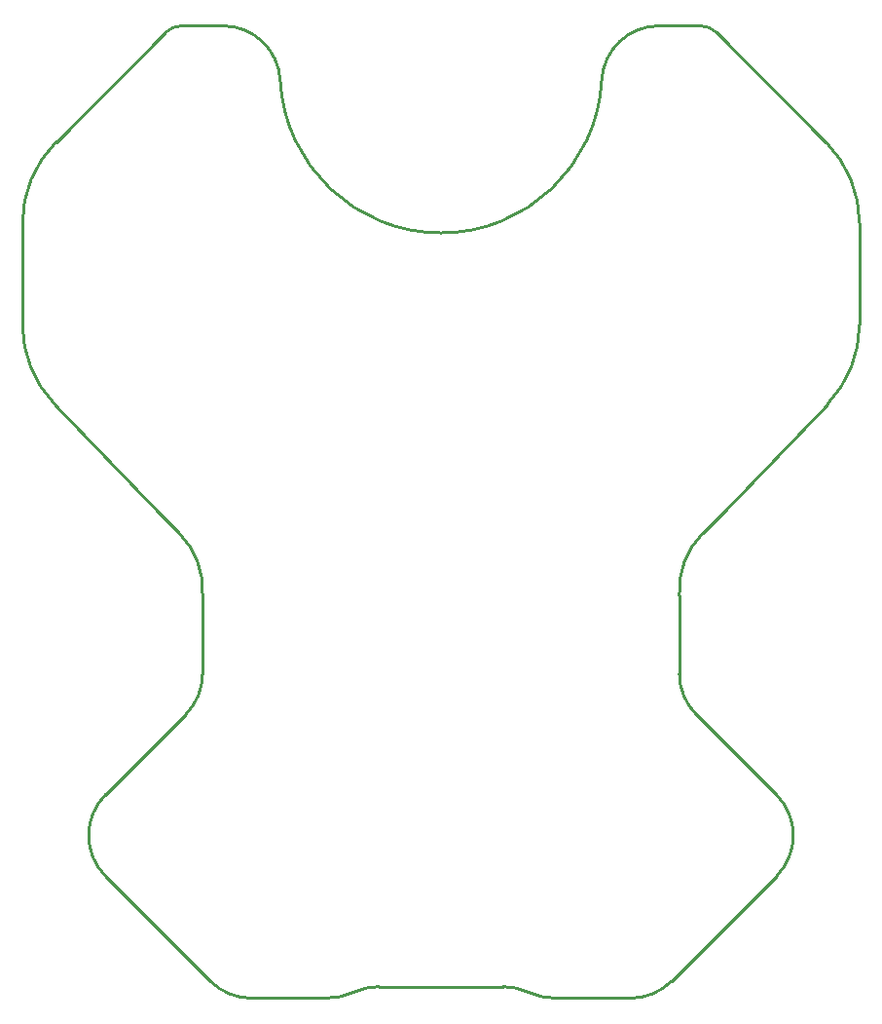
<source format=gbr>
%TF.GenerationSoftware,KiCad,Pcbnew,(6.0.8)*%
%TF.CreationDate,2023-01-17T07:54:29-05:00*%
%TF.ProjectId,K1+K2 Carabiner for Round Heatsinks,4b312b4b-3220-4436-9172-6162696e6572,rev?*%
%TF.SameCoordinates,Original*%
%TF.FileFunction,Profile,NP*%
%FSLAX46Y46*%
G04 Gerber Fmt 4.6, Leading zero omitted, Abs format (unit mm)*
G04 Created by KiCad (PCBNEW (6.0.8)) date 2023-01-17 07:54:29*
%MOMM*%
%LPD*%
G01*
G04 APERTURE LIST*
%TA.AperFunction,Profile*%
%ADD10C,0.250000*%
%TD*%
G04 APERTURE END LIST*
D10*
X25706523Y-57625089D02*
G75*
G03*
X28491708Y-64549428I9999977J-11D01*
G01*
X91284521Y-105573664D02*
G75*
G03*
X91284523Y-98502598I-3535541J3535534D01*
G01*
X42070668Y-114715790D02*
G75*
G03*
X45606190Y-116180268I3535532J3535490D01*
G01*
X86070736Y-32266054D02*
X95577590Y-41772909D01*
X95721339Y-64549430D02*
G75*
G03*
X98506522Y-57625089I-7214929J6924380D01*
G01*
X48125932Y-36417110D02*
G75*
G03*
X43132856Y-31680268I-4993072J-263160D01*
G01*
X37634954Y-74076232D02*
X28491708Y-64549428D01*
X82840501Y-87987508D02*
X82840501Y-81192672D01*
X91284523Y-98502598D02*
X84304967Y-91523042D01*
X98506532Y-48843976D02*
G75*
G03*
X95577590Y-41772909I-10000032J-24D01*
G01*
X84875361Y-75778963D02*
G75*
G03*
X82840501Y-81192672I4949559J-4949677D01*
G01*
X43132856Y-31680268D02*
X39556522Y-31680268D01*
X41372526Y-81192671D02*
G75*
G03*
X39337684Y-75778962I-6984626J463971D01*
G01*
X69606932Y-115634819D02*
G75*
G03*
X72106522Y-116180268I2499568J5454519D01*
G01*
X78606854Y-116180274D02*
G75*
G03*
X82142388Y-114715802I46J4999874D01*
G01*
X39556522Y-31680292D02*
G75*
G03*
X38142308Y-32266054I-22J-2000008D01*
G01*
X81080188Y-31680268D02*
G75*
G03*
X76087118Y-36417110I-8J-4999992D01*
G01*
X42070656Y-114715802D02*
X32928521Y-105573666D01*
X98506522Y-48843976D02*
X98506522Y-57625089D01*
X32928521Y-98502598D02*
X39908077Y-91523042D01*
X69606936Y-115634812D02*
G75*
G03*
X67523946Y-115180268I-2083036J-4545688D01*
G01*
X52106522Y-116180268D02*
X45606190Y-116180268D01*
X86070731Y-32266059D02*
G75*
G03*
X84656522Y-31680268I-1414231J-1414241D01*
G01*
X39908082Y-91523047D02*
G75*
G03*
X41372543Y-87987508I-3535582J3535547D01*
G01*
X84656522Y-31680268D02*
X81080188Y-31680268D01*
X41372543Y-87987508D02*
X41372543Y-81192672D01*
X86656522Y-73994510D02*
X86656522Y-73997800D01*
X48125926Y-36417110D02*
G75*
G03*
X76087118Y-36417110I13980596J736842D01*
G01*
X82840495Y-87987508D02*
G75*
G03*
X84304967Y-91523042I5000005J8D01*
G01*
X86656522Y-73994510D02*
X95721336Y-64549428D01*
X39337684Y-75778962D02*
X37634954Y-74076232D01*
X25706522Y-48843976D02*
X25706522Y-57625089D01*
X38142308Y-32266054D02*
X28635454Y-41772909D01*
X32928519Y-98502596D02*
G75*
G03*
X32928521Y-105573666I3535541J-3535534D01*
G01*
X56689098Y-115180261D02*
G75*
G03*
X54606109Y-115634813I2J-4999939D01*
G01*
X72106522Y-116180268D02*
X78606854Y-116180268D01*
X84875360Y-75778962D02*
X86656522Y-73997800D01*
X52106522Y-116180280D02*
G75*
G03*
X54606109Y-115634813I-22J5999980D01*
G01*
X67523946Y-115180268D02*
X56689098Y-115180268D01*
X82142388Y-114715802D02*
X91284523Y-105573666D01*
X28635456Y-41772911D02*
G75*
G03*
X25706522Y-48843976I7071064J-7071069D01*
G01*
M02*

</source>
